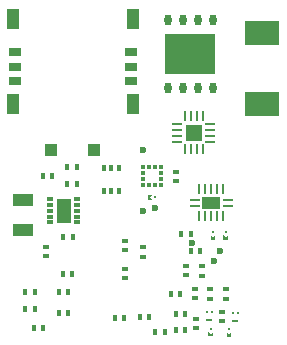
<source format=gbp>
G04 Layer_Color=128*
%FSLAX44Y44*%
%MOMM*%
G71*
G01*
G75*
%ADD10R,0.4000X0.6000*%
%ADD13R,0.2000X0.2000*%
%ADD14C,0.6000*%
%ADD15R,0.6000X0.4000*%
%ADD26R,0.2000X0.2000*%
%ADD44R,0.2000X0.2500*%
%ADD45R,0.5000X0.2500*%
%ADD46R,1.8000X1.0000*%
%ADD47R,1.2500X2.1500*%
%ADD48R,0.5000X0.3000*%
%ADD49R,0.3250X0.3000*%
%ADD50R,0.3000X0.3250*%
%ADD51R,1.5000X1.0000*%
%ADD52O,0.2500X0.9000*%
%ADD53O,0.9000X0.2500*%
%ADD54R,1.0000X0.8000*%
%ADD55R,1.0000X1.8000*%
%ADD56R,1.1000X1.0000*%
%ADD57R,0.4000X0.5000*%
%ADD58R,4.2000X3.4000*%
%ADD59O,0.6000X0.9500*%
%ADD60R,1.4000X1.4000*%
%ADD61R,3.0000X2.0000*%
G36*
X177000Y14200D02*
X173000D01*
Y18200D01*
X175000Y16200D01*
X177000Y18200D01*
Y14200D01*
D02*
G37*
G36*
X192300Y13880D02*
X188300D01*
Y17880D01*
X190300Y15880D01*
X192300Y17880D01*
Y13880D01*
D02*
G37*
G36*
X178800Y96181D02*
X174800D01*
Y100181D01*
X176800Y98181D01*
X178800Y100181D01*
Y96181D01*
D02*
G37*
G36*
X123600Y131800D02*
X125600Y129800D01*
X121600Y129800D01*
Y133800D01*
X125600D01*
X123600Y131800D01*
D02*
G37*
G36*
X189700Y96181D02*
X185700D01*
Y100181D01*
X187700Y98181D01*
X189700Y100181D01*
Y96181D01*
D02*
G37*
D10*
X25200Y21200D02*
D03*
X33200D02*
D03*
X46500Y51500D02*
D03*
X54500D02*
D03*
X57700Y67000D02*
D03*
X49700D02*
D03*
X114684Y30900D02*
D03*
X122684D02*
D03*
X18100Y51500D02*
D03*
X26100D02*
D03*
X18100Y37400D02*
D03*
X26100D02*
D03*
X54400Y33700D02*
D03*
X46400D02*
D03*
X57900Y98200D02*
D03*
X49900D02*
D03*
X53600Y143500D02*
D03*
X61600D02*
D03*
X53600Y157300D02*
D03*
X61600D02*
D03*
X40800Y149800D02*
D03*
X32800D02*
D03*
X93600Y29500D02*
D03*
X101600D02*
D03*
X135900Y17800D02*
D03*
X127900D02*
D03*
X165900Y86900D02*
D03*
X157900D02*
D03*
X149900Y100800D02*
D03*
X157900D02*
D03*
X145370Y19800D02*
D03*
X153370D02*
D03*
X145370Y33200D02*
D03*
X153370D02*
D03*
X141300Y49700D02*
D03*
X149300D02*
D03*
D13*
X176800Y97181D02*
D03*
Y102700D02*
D03*
X187700Y97181D02*
D03*
Y102700D02*
D03*
X175000Y15200D02*
D03*
Y20720D02*
D03*
X190300Y14880D02*
D03*
Y20400D02*
D03*
D14*
X159400Y93500D02*
D03*
X177600Y78400D02*
D03*
X182500Y86600D02*
D03*
X127400Y122900D02*
D03*
X117375Y120075D02*
D03*
Y172075D02*
D03*
D15*
X162339Y21000D02*
D03*
Y29000D02*
D03*
X184600Y35200D02*
D03*
Y27200D02*
D03*
X102400Y95100D02*
D03*
Y87100D02*
D03*
Y63400D02*
D03*
Y71400D02*
D03*
X174600Y54100D02*
D03*
Y46100D02*
D03*
X187700Y54100D02*
D03*
Y46100D02*
D03*
X145400Y153700D02*
D03*
Y145700D02*
D03*
X35100Y90000D02*
D03*
Y82000D02*
D03*
X161700Y54300D02*
D03*
Y46300D02*
D03*
X117500Y89600D02*
D03*
Y81600D02*
D03*
X153600Y65800D02*
D03*
Y73800D02*
D03*
X167200Y73700D02*
D03*
Y65700D02*
D03*
D26*
X122600Y131800D02*
D03*
X128120Y131800D02*
D03*
D44*
X175700Y34700D02*
D03*
X171700D02*
D03*
X197700Y33900D02*
D03*
X193700D02*
D03*
D45*
X173700Y28200D02*
D03*
X195700Y27400D02*
D03*
D46*
X15600Y104500D02*
D03*
Y129500D02*
D03*
D47*
X50300Y120700D02*
D03*
D48*
X61600Y130700D02*
D03*
Y125700D02*
D03*
Y120700D02*
D03*
Y115700D02*
D03*
Y110700D02*
D03*
X39000Y130700D02*
D03*
Y125700D02*
D03*
Y120700D02*
D03*
Y115700D02*
D03*
Y110700D02*
D03*
D49*
X117375Y142500D02*
D03*
Y147500D02*
D03*
Y152500D02*
D03*
Y157500D02*
D03*
X132625D02*
D03*
Y152500D02*
D03*
Y147500D02*
D03*
Y142500D02*
D03*
D50*
X122500Y157625D02*
D03*
X127500D02*
D03*
Y142375D02*
D03*
X122500D02*
D03*
D51*
X175200Y127300D02*
D03*
D52*
X185200Y138800D02*
D03*
X180200D02*
D03*
X175200D02*
D03*
X170200D02*
D03*
X165200D02*
D03*
Y115800D02*
D03*
X170200D02*
D03*
X175200D02*
D03*
X180200D02*
D03*
X185200D02*
D03*
X153000Y172950D02*
D03*
X158000D02*
D03*
X163000D02*
D03*
X168000D02*
D03*
Y200450D02*
D03*
X163000D02*
D03*
X158000D02*
D03*
X153000D02*
D03*
D53*
X161200Y129800D02*
D03*
Y124800D02*
D03*
X189200D02*
D03*
Y129800D02*
D03*
X146750Y194200D02*
D03*
Y189200D02*
D03*
Y184200D02*
D03*
Y179200D02*
D03*
X174250D02*
D03*
Y184200D02*
D03*
Y189200D02*
D03*
Y194200D02*
D03*
D54*
X107300Y230700D02*
D03*
Y242700D02*
D03*
Y254700D02*
D03*
X9300D02*
D03*
Y242700D02*
D03*
Y230700D02*
D03*
D55*
X109300Y283200D02*
D03*
Y211200D02*
D03*
X7300D02*
D03*
Y283200D02*
D03*
D56*
X76500Y171950D02*
D03*
X40100D02*
D03*
D57*
X97400Y156500D02*
D03*
X90900D02*
D03*
X84400D02*
D03*
Y137500D02*
D03*
X90900D02*
D03*
X97400D02*
D03*
D58*
X157600Y253600D02*
D03*
D59*
X176650Y282350D02*
D03*
X163950D02*
D03*
X151250D02*
D03*
X138550D02*
D03*
Y224850D02*
D03*
X151250D02*
D03*
X163950D02*
D03*
X176650D02*
D03*
D60*
X160500Y186700D02*
D03*
D61*
X218600Y270700D02*
D03*
Y210700D02*
D03*
M02*

</source>
